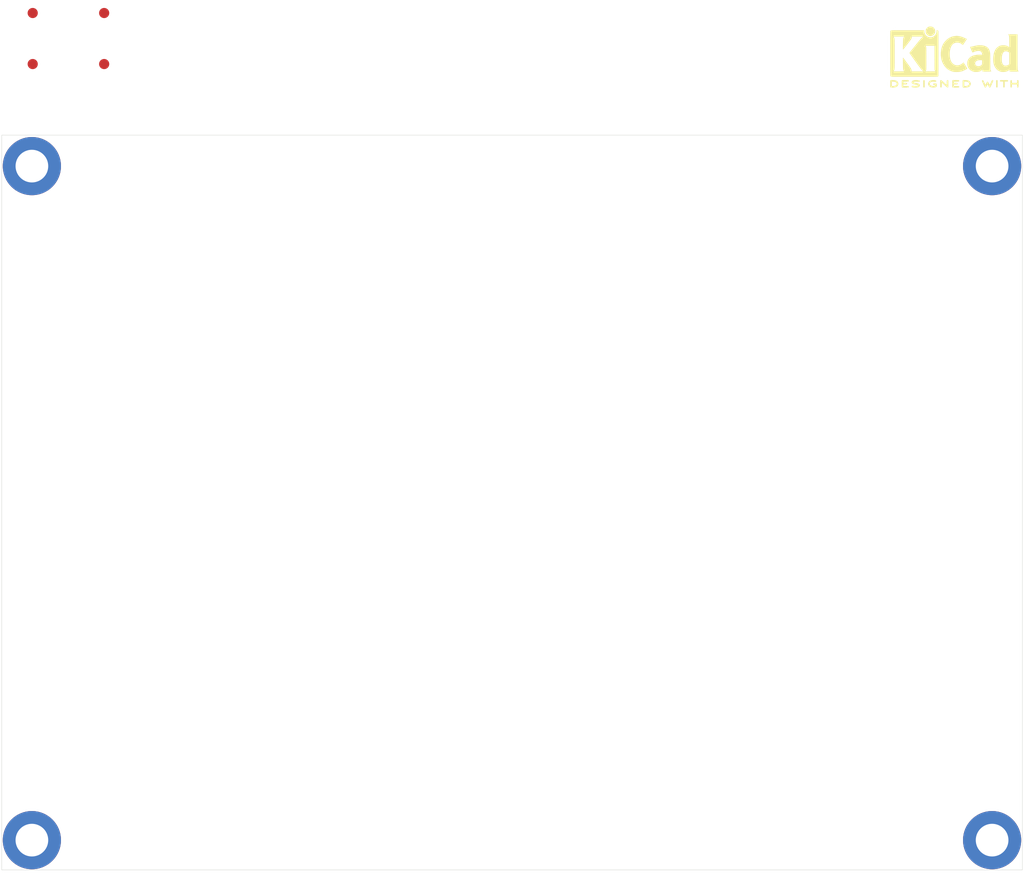
<source format=kicad_pcb>
(kicad_pcb (version 20221018) (generator pcbnew)
  (title_block (title "${boardName}") (rev "${revision}") (comment 8 "${reference}") (comment 9 "${designer}"))
  (layers (0 "F.Cu" signal) (1 "In1.Cu" signal) (2 "In2.Cu" signal) (31 "B.Cu" signal) (34 "B.Paste" user) (35 "F.Paste" user) (36 "B.SilkS" user "B.Silkscreen") (37 "F.SilkS" user "F.Silkscreen") (38 "B.Mask" user) (39 "F.Mask" user) (44 "Edge.Cuts" user))
  (property "boardName" "Pico-ITX")
  (property "designer" "Author")
  (property "reference" "")
  (property "revision" "1.0")
  (net 0 "")
  (footprint "MountingHole:MountingHole_3.2mm_M3_ISO7380_Pad" (layer "F.Cu") (at 55.92 100)
    (fp_text reference "H1" hide)
    (fp_text value "")
    (pad "1" thru_hole circle locked (at 0 0) (size 5.7 5.7) (drill 3.2) (layers "*.Cu" "*.Mask"))
  )
  (footprint "Fiducial:Fiducial_1mm_Mask2mm" (layer "F.Cu") (at 63 85)
    (fp_text reference "FID2" hide)
    (fp_text value "Fiducial")
    (pad "" smd circle (at 0 0) (size 1 1) (layers "F.Cu" "F.Mask") (clearance 0.5))
  )
  (footprint "Fiducial:Fiducial_1mm_Mask2mm" (layer "F.Cu") (at 56 85)
    (fp_text reference "FID1" hide)
    (fp_text value "Fiducial")
    (pad "" smd circle (at 0 0) (size 1 1) (layers "F.Cu" "F.Mask") (clearance 0.5))
  )
  (footprint "Fiducial:Fiducial_1mm_Mask2mm" (layer "F.Cu") (at 63 90)
    (fp_text reference "FID3" hide)
    (fp_text value "Fiducial")
    (pad "" smd circle (at 0 0) (size 1 1) (layers "F.Cu" "F.Mask") (clearance 0.5))
  )
  (footprint "MountingHole:MountingHole_3.2mm_M3_ISO7380_Pad" (layer "F.Cu") (at 55.92 166.04)
    (fp_text reference "H4" hide)
    (fp_text value "")
    (pad "1" thru_hole circle locked (at 0 0) (size 5.7 5.7) (drill 3.2) (layers "*.Cu" "*.Mask"))
  )
  (footprint "Fiducial:Fiducial_1mm_Mask2mm" (layer "F.Cu") (at 56 90)
    (fp_text reference "FID4" hide)
    (fp_text value "Fiducial")
    (pad "" smd circle (at 0 0) (size 1 1) (layers "F.Cu" "F.Mask") (clearance 0.5))
  )
  (footprint "MountingHole:MountingHole_3.2mm_M3_ISO7380_Pad" (layer "F.Cu") (at 150 166.04)
    (fp_text reference "H3" hide)
    (fp_text value "")
    (pad "1" thru_hole circle locked (at 0 0) (size 5.7 5.7) (drill 3.2) (layers "*.Cu" "*.Mask"))
  )
  (footprint "Symbol:KiCad-Logo2_5mm_SilkScreen" (layer "F.Cu") (at 146.3 89.3)
    (fp_text reference "REF**" hide)
    (fp_text value "KiCad-Logo2_5mm_SilkScreen" hide)
    (fp_poly (pts (xy 4.188614 2.275877) (xy 4.212327 2.290647) (xy 4.238978 2.312227) (xy 4.238978 2.633773) (xy 4.238893 2.72783) (xy 4.238529 2.801932) (xy 4.237724 2.858704) (xy 4.236313 2.900768) (xy 4.234133 2.930748) (xy 4.231021 2.951267) (xy 4.226814 2.964949) (xy 4.221348 2.974416) (xy 4.217472 2.979082) (xy 4.186034 2.999575) (xy 4.150233 2.998739) (xy 4.118873 2.981264) (xy 4.092222 2.959684) (xy 4.092222 2.312227) (xy 4.118873 2.290647) (xy 4.144594 2.274949) (xy 4.1656 2.269067) (xy 4.188614 2.275877)) (stroke (width 0.01)) (fill solid) (layer "F.SilkS"))
    (fp_poly (pts (xy -2.923822 2.291645) (xy -2.917242 2.299218) (xy -2.912079 2.308987) (xy -2.908164 2.323571) (xy -2.905324 2.345585) (xy -2.903387 2.377648) (xy -2.902183 2.422375) (xy -2.901539 2.482385) (xy -2.901284 2.560294) (xy -2.901245 2.635956) (xy -2.901314 2.729802) (xy -2.901638 2.803689) (xy -2.902386 2.860232) (xy -2.903732 2.902049) (xy -2.905846 2.931757) (xy -2.9089 2.951973) (xy -2.913066 2.965314) (xy -2.918516 2.974398) (xy -2.923822 2.980267) (xy -2.956826 2.999947) (xy -2.991991 2.998181) (xy -3.023455 2.976717) (xy -3.030684 2.968337) (xy -3.036334 2.958614) (xy -3.040599 2.944861) (xy -3.043673 2.924389) (xy -3.045752 2.894512) (xy -3.04703 2.852541) (xy -3.047701 2.795789) (xy -3.047959 2.721567) (xy -3.048 2.637537) (xy -3.048 2.324485) (xy -3.020291 2.296776) (xy -2.986137 2.273463) (xy -2.953006 2.272623) (xy -2.923822 2.291645)) (stroke (width 0.01)) (fill solid) (layer "F.SilkS"))
    (fp_poly (pts (xy -2.273043 -2.973429) (xy -2.176768 -2.949191) (xy -2.090184 -2.906359) (xy -2.015373 -2.846581) (xy -1.954418 -2.771506) (xy -1.909399 -2.68278) (xy -1.883136 -2.58647) (xy -1.877286 -2.489205) (xy -1.89214 -2.395346) (xy -1.92584 -2.307489) (xy -1.976528 -2.22823) (xy -2.042345 -2.160164) (xy -2.121434 -2.105888) (xy -2.211934 -2.067998) (xy -2.2632 -2.055574) (xy -2.307698 -2.048053) (xy -2.341999 -2.045081) (xy -2.37496 -2.046906) (xy -2.415434 -2.053775) (xy -2.448531 -2.06075) (xy -2.541947 -2.092259) (xy -2.625619 -2.143383) (xy -2.697665 -2.212571) (xy -2.7562 -2.298272) (xy -2.770148 -2.325511) (xy -2.786586 -2.361878) (xy -2.796894 -2.392418) (xy -2.80246 -2.42455) (xy -2.804669 -2.465693) (xy -2.804948 -2.511778) (xy -2.800861 -2.596135) (xy -2.787446 -2.665414) (xy -2.762256 -2.726039) (xy -2.722846 -2.784433) (xy -2.684298 -2.828698) (xy -2.612406 -2.894516) (xy -2.537313 -2.939947) (xy -2.454562 -2.96715) (xy -2.376928 -2.977424) (xy -2.273043 -2.973429)) (stroke (width 0.01)) (fill solid) (layer "F.SilkS"))
    (fp_poly (pts (xy 4.963065 2.269163) (xy 5.041772 2.269542) (xy 5.102863 2.270333) (xy 5.148817 2.27167) (xy 5.182114 2.273683) (xy 5.205236 2.276506) (xy 5.220662 2.280269) (xy 5.230871 2.285105) (xy 5.235813 2.288822) (xy 5.261457 2.321358) (xy 5.264559 2.355138) (xy 5.248711 2.385826) (xy 5.238348 2.398089) (xy 5.227196 2.40645) (xy 5.211035 2.411657) (xy 5.185642 2.414457) (xy 5.146798 2.415596) (xy 5.09028 2.415821) (xy 5.07918 2.415822) (xy 4.933244 2.415822) (xy 4.933244 2.686756) (xy 4.933148 2.772154) (xy 4.932711 2.837864) (xy 4.931712 2.886774) (xy 4.929928 2.921773) (xy 4.927137 2.945749) (xy 4.923117 2.961593) (xy 4.917645 2.972191) (xy 4.910666 2.980267) (xy 4.877734 3.000112) (xy 4.843354 2.998548) (xy 4.812176 2.975906) (xy 4.809886 2.9731) (xy 4.802429 2.962492) (xy 4.796747 2.950081) (xy 4.792601 2.93285) (xy 4.78975 2.907784) (xy 4.787954 2.871867) (xy 4.786972 2.822083) (xy 4.786564 2.755417) (xy 4.786489 2.679589) (xy 4.786489 2.415822) (xy 4.647127 2.415822) (xy 4.587322 2.415418) (xy 4.545918 2.41384) (xy 4.518748 2.410547) (xy 4.501646 2.404992) (xy 4.490443 2.396631) (xy 4.489083 2.395178) (xy 4.472725 2.361939) (xy 4.474172 2.324362) (xy 4.492978 2.291645) (xy 4.50025 2.285298) (xy 4.509627 2.280266) (xy 4.523609 2.276396) (xy 4.544696 2.273537) (xy 4.575389 2.271535) (xy 4.618189 2.270239) (xy 4.675595 2.269498) (xy 4.75011 2.269158) (xy 4.844233 2.269068) (xy 4.86426 2.269067) (xy 4.963065 2.269163)) (stroke (width 0.01)) (fill solid) (layer "F.SilkS"))
    (fp_poly (pts (xy 6.228823 2.274533) (xy 6.260202 2.296776) (xy 6.287911 2.324485) (xy 6.287911 2.63392) (xy 6.287838 2.725799) (xy 6.287495 2.79784) (xy 6.286692 2.85278) (xy 6.285241 2.89336) (xy 6.282952 2.922317) (xy 6.279636 2.942391) (xy 6.275105 2.956321) (xy 6.269169 2.966845) (xy 6.264514 2.9731) (xy 6.233783 2.997673) (xy 6.198496 3.000341) (xy 6.166245 2.985271) (xy 6.155588 2.976374) (xy 6.148464 2.964557) (xy 6.144167 2.945526) (xy 6.141991 2.914992) (xy 6.141228 2.868662) (xy 6.141155 2.832871) (xy 6.141155 2.698045) (xy 5.644444 2.698045) (xy 5.644444 2.8207) (xy 5.643931 2.876787) (xy 5.641876 2.915333) (xy 5.637508 2.941361) (xy 5.630056 2.959897) (xy 5.621047 2.9731) (xy 5.590144 2.997604) (xy 5.555196 3.000506) (xy 5.521738 2.983089) (xy 5.512604 2.973959) (xy 5.506152 2.961855) (xy 5.501897 2.943001) (xy 5.499352 2.91362) (xy 5.498029 2.869937) (xy 5.497443 2.808175) (xy 5.497375 2.794) (xy 5.496891 2.677631) (xy 5.496641 2.581727) (xy 5.496723 2.504177) (xy 5.497231 2.442869) (xy 5.498262 2.39569) (xy 5.499913 2.36053) (xy 5.502279 2.335276) (xy 5.505457 2.317817) (xy 5.509544 2.306041) (xy 5.514634 2.297835) (xy 5.520266 2.291645) (xy 5.552128 2.271844) (xy 5.585357 2.274533) (xy 5.616735 2.296776) (xy 5.629433 2.311126) (xy 5.637526 2.326978) (xy 5.642042 2.349554) (xy 5.644006 2.384078) (xy 5.644444 2.435776) (xy 5.644444 2.551289) (xy 6.141155 2.551289) (xy 6.141155 2.432756) (xy 6.141662 2.378148) (xy 6.143698 2.341275) (xy 6.148035 2.317307) (xy 6.155447 2.301415) (xy 6.163733 2.291645) (xy 6.195594 2.271844) (xy 6.228823 2.274533)) (stroke (width 0.01)) (fill solid) (layer "F.SilkS"))
    (fp_poly (pts (xy 1.018309 2.269275) (xy 1.147288 2.273636) (xy 1.256991 2.286861) (xy 1.349226 2.309741) (xy 1.425802 2.34307) (xy 1.488527 2.387638) (xy 1.539212 2.444236) (xy 1.579663 2.513658) (xy 1.580459 2.515351) (xy 1.604601 2.577483) (xy 1.613203 2.632509) (xy 1.606231 2.687887) (xy 1.583654 2.751073) (xy 1.579372 2.760689) (xy 1.550172 2.816966) (xy 1.517356 2.860451) (xy 1.475002 2.897417) (xy 1.41719 2.934135) (xy 1.413831 2.936052) (xy 1.363504 2.960227) (xy 1.306621 2.978282) (xy 1.239527 2.990839) (xy 1.158565 2.998522) (xy 1.060082 3.001953) (xy 1.025286 3.002251) (xy 0.859594 3.002845) (xy 0.836197 2.9731) (xy 0.829257 2.963319) (xy 0.823842 2.951897) (xy 0.819765 2.936095) (xy 0.816837 2.913175) (xy 0.814867 2.880396) (xy 0.814225 2.856089) (xy 0.970844 2.856089) (xy 1.064726 2.856089) (xy 1.119664 2.854483) (xy 1.17606 2.850255) (xy 1.222345 2.844292) (xy 1.225139 2.84379) (xy 1.307348 2.821736) (xy 1.371114 2.7886) (xy 1.418452 2.742847) (xy 1.451382 2.682939) (xy 1.457108 2.667061) (xy 1.462721 2.642333) (xy 1.460291 2.617902) (xy 1.448467 2.5854) (xy 1.44134 2.569434) (xy 1.418 2.527006) (xy 1.38988 2.49724) (xy 1.35894 2.476511) (xy 1.296966 2.449537) (xy 1.217651 2.429998) (xy 1.125253 2.418746) (xy 1.058333 2.41627) (xy 0.970844 2.415822) (xy 0.970844 2.856089) (xy 0.814225 2.856089) (xy 0.813668 2.835021) (xy 0.81305 2.774311) (xy 0.812825 2.695526) (xy 0.8128 2.63392) (xy 0.8128 2.324485) (xy 0.840509 2.296776) (xy 0.852806 2.285544) (xy 0.866103 2.277853) (xy 0.884672 2.27304) (xy 0.912786 2.270446) (xy 0.954717 2.26941) (xy 1.014737 2.26927) (xy 1.018309 2.269275)) (stroke (width 0.01)) (fill solid) (layer "F.SilkS"))
    (fp_poly (pts (xy -6.121371 2.269066) (xy -6.081889 2.269467) (xy -5.9662 2.272259) (xy -5.869311 2.28055) (xy -5.787919 2.295232) (xy -5.718723 2.317193) (xy -5.65842 2.347322) (xy -5.603708 2.38651) (xy -5.584167 2.403532) (xy -5.55175 2.443363) (xy -5.52252 2.497413) (xy -5.499991 2.557323) (xy -5.487679 2.614739) (xy -5.4864 2.635956) (xy -5.494417 2.694769) (xy -5.515899 2.759013) (xy -5.546999 2.819821) (xy -5.583866 2.86833) (xy -5.589854 2.874182) (xy -5.640579 2.915321) (xy -5.696125 2.947435) (xy -5.759696 2.971365) (xy -5.834494 2.987953) (xy -5.923722 2.998041) (xy -6.030582 3.002469) (xy -6.079528 3.002845) (xy -6.141762 3.002545) (xy -6.185528 3.001292) (xy -6.214931 2.998554) (xy -6.234079 2.993801) (xy -6.247077 2.986501) (xy -6.254045 2.980267) (xy -6.260626 2.972694) (xy -6.265788 2.962924) (xy -6.269703 2.94834) (xy -6.272543 2.926326) (xy -6.27448 2.894264) (xy -6.275684 2.849536) (xy -6.276328 2.789526) (xy -6.276583 2.711617) (xy -6.276622 2.635956) (xy -6.27687 2.535041) (xy -6.276817 2.454427) (xy -6.275857 2.415822) (xy -6.129867 2.415822) (xy -6.129867 2.856089) (xy -6.036734 2.856004) (xy -5.980693 2.854396) (xy -5.921999 2.850256) (xy -5.873028 2.844464) (xy -5.871538 2.844226) (xy -5.792392 2.82509) (xy -5.731002 2.795287) (xy -5.684305 2.752878) (xy -5.654635 2.706961) (xy -5.636353 2.656026) (xy -5.637771 2.6082) (xy -5.658988 2.556933) (xy -5.700489 2.503899) (xy -5.757998 2.4646) (xy -5.83275 2.438331) (xy -5.882708 2.429035) (xy -5.939416 2.422507) (xy -5.999519 2.417782) (xy -6.050639 2.415817) (xy -6.053667 2.415808) (xy -6.129867 2.415822) (xy -6.275857 2.415822) (xy -6.27526 2.391851) (xy -6.270998 2.345055) (xy -6.26283 2.311778) (xy -6.249556 2.289759) (xy -6.229974 2.276739) (xy -6.202883 2.270457) (xy -6.167082 2.268653) (xy -6.121371 2.269066)) (stroke (width 0.01)) (fill solid) (layer "F.SilkS"))
    (fp_poly (pts (xy -1.300114 2.273448) (xy -1.276548 2.287273) (xy -1.245735 2.309881) (xy -1.206078 2.342338) (xy -1.15598 2.385708) (xy -1.093843 2.441058) (xy -1.018072 2.509451) (xy -0.931334 2.588084) (xy -0.750711 2.751878) (xy -0.745067 2.532029) (xy -0.743029 2.456351) (xy -0.741063 2.399994) (xy -0.738734 2.359706) (xy -0.735606 2.332235) (xy -0.731245 2.314329) (xy -0.725216 2.302737) (xy -0.717084 2.294208) (xy -0.712772 2.290623) (xy -0.678241 2.27167) (xy -0.645383 2.274441) (xy -0.619318 2.290633) (xy -0.592667 2.312199) (xy -0.589352 2.627151) (xy -0.588435 2.719779) (xy -0.587968 2.792544) (xy -0.588113 2.848161) (xy -0.589032 2.889342) (xy -0.590887 2.918803) (xy -0.593839 2.939255) (xy -0.59805 2.953413) (xy -0.603682 2.963991) (xy -0.609927 2.972474) (xy -0.623439 2.988207) (xy -0.636883 2.998636) (xy -0.652124 3.002639) (xy -0.671026 2.999094) (xy -0.695455 2.986879) (xy -0.727273 2.964871) (xy -0.768348 2.931949) (xy -0.820542 2.886991) (xy -0.885722 2.828875) (xy -0.959556 2.762099) (xy -1.224845 2.521458) (xy -1.230489 2.740589) (xy -1.232531 2.816128) (xy -1.234502 2.872354) (xy -1.236839 2.912524) (xy -1.239981 2.939896) (xy -1.244364 2.957728) (xy -1.250424 2.969279) (xy -1.2586 2.977807) (xy -1.262784 2.981282) (xy -1.299765 3.000372) (xy -1.334708 2.997493) (xy -1.365136 2.9731) (xy -1.372097 2.963286) (xy -1.377523 2.951826) (xy -1.381603 2.935968) (xy -1.384529 2.912963) (xy -1.386492 2.880062) (xy -1.387683 2.834516) (xy -1.388292 2.773573) (xy -1.388511 2.694486) (xy -1.388534 2.635956) (xy -1.38846 2.544407) (xy -1.388113 2.472687) (xy -1.387301 2.418045) (xy -1.385833 2.377732) (xy -1.383519 2.348998) (xy -1.380167 2.329093) (xy -1.375588 2.315268) (xy -1.369589 2.304772) (xy -1.365136 2.298811) (xy -1.35385 2.284691) (xy -1.343301 2.274029) (xy -1.331893 2.267892) (xy -1.31803 2.267343) (xy -1.300114 2.273448)) (stroke (width 0.01)) (fill solid) (layer "F.SilkS"))
    (fp_poly (pts (xy -1.950081 2.274599) (xy -1.881565 2.286095) (xy -1.828943 2.303967) (xy -1.794708 2.327499) (xy -1.785379 2.340924) (xy -1.775893 2.372148) (xy -1.782277 2.400395) (xy -1.80243 2.427182) (xy -1.833745 2.439713) (xy -1.879183 2.438696) (xy -1.914326 2.431906) (xy -1.992419 2.418971) (xy -2.072226 2.417742) (xy -2.161555 2.428241) (xy -2.186229 2.43269) (xy -2.269291 2.456108) (xy -2.334273 2.490945) (xy -2.380461 2.536604) (xy -2.407145 2.592494) (xy -2.412663 2.621388) (xy -2.409051 2.680012) (xy -2.385729 2.731879) (xy -2.344824 2.775978) (xy -2.288459 2.811299) (xy -2.21876 2.836829) (xy -2.137852 2.851559) (xy -2.04786 2.854478) (xy -1.95091 2.844575) (xy -1.945436 2.843641) (xy -1.906875 2.836459) (xy -1.885494 2.829521) (xy -1.876227 2.819227) (xy -1.874006 2.801976) (xy -1.873956 2.792841) (xy -1.873956 2.754489) (xy -1.942431 2.754489) (xy -2.0029 2.750347) (xy -2.044165 2.737147) (xy -2.068175 2.71373) (xy -2.076877 2.678936) (xy -2.076983 2.674394) (xy -2.071892 2.644654) (xy -2.054433 2.623419) (xy -2.021939 2.609366) (xy -1.971743 2.601173) (xy -1.923123 2.598161) (xy -1.852456 2.596433) (xy -1.801198 2.59907) (xy -1.766239 2.6088) (xy -1.74447 2.628353) (xy -1.73278 2.660456) (xy -1.72806 2.707838) (xy -1.7272 2.770071) (xy -1.728609 2.839535) (xy -1.732848 2.886786) (xy -1.739936 2.912012) (xy -1.741311 2.913988) (xy -1.780228 2.945508) (xy -1.837286 2.97047) (xy -1.908869 2.98834) (xy -1.991358 2.998586) (xy -2.081139 3.000673) (xy -2.174592 2.994068) (xy -2.229556 2.985956) (xy -2.315766 2.961554) (xy -2.395892 2.921662) (xy -2.462977 2.869887) (xy -2.473173 2.859539) (xy -2.506302 2.816035) (xy -2.536194 2.762118) (xy -2.559357 2.705592) (xy -2.572298 2.654259) (xy -2.573858 2.634544) (xy -2.567218 2.593419) (xy -2.549568 2.542252) (xy -2.524297 2.488394) (xy -2.494789 2.439195) (xy -2.468719 2.406334) (xy -2.407765 2.357452) (xy -2.328969 2.318545) (xy -2.235157 2.290494) (xy -2.12915 2.274179) (xy -2.032 2.270192) (xy -1.950081 2.274599)) (stroke (width 0.01)) (fill solid) (layer "F.SilkS"))
    (fp_poly (pts (xy 0.230343 2.26926) (xy 0.306701 2.270174) (xy 0.365217 2.272311) (xy 0.408255 2.276175) (xy 0.438183 2.282267) (xy 0.457368 2.29109) (xy 0.468176 2.303146) (xy 0.472973 2.318939) (xy 0.474127 2.33897) (xy 0.474133 2.341335) (xy 0.473131 2.363992) (xy 0.468396 2.381503) (xy 0.457333 2.394574) (xy 0.437348 2.403913) (xy 0.405846 2.410227) (xy 0.360232 2.414222) (xy 0.297913 2.416606) (xy 0.216293 2.418086) (xy 0.191277 2.418414) (xy -0.0508 2.421467) (xy -0.054186 2.486378) (xy -0.057571 2.551289) (xy 0.110576 2.551289) (xy 0.176266 2.551531) (xy 0.223172 2.552556) (xy 0.255083 2.554811) (xy 0.275791 2.558742) (xy 0.289084 2.564798) (xy 0.298755 2.573424) (xy 0.298817 2.573493) (xy 0.316356 2.607112) (xy 0.315722 2.643448) (xy 0.297314 2.674423) (xy 0.293671 2.677607) (xy 0.280741 2.685812) (xy 0.263024 2.691521) (xy 0.23657 2.695162) (xy 0.197432 2.697167) (xy 0.141662 2.697964) (xy 0.105994 2.698045) (xy -0.056445 2.698045) (xy -0.056445 2.856089) (xy 0.190161 2.856089) (xy 0.27158 2.856231) (xy 0.33341 2.856814) (xy 0.378637 2.858068) (xy 0.410248 2.860227) (xy 0.431231 2.863523) (xy 0.444573 2.868189) (xy 0.453261 2.874457) (xy 0.45545 2.876733) (xy 0.471614 2.90828) (xy 0.472797 2.944168) (xy 0.459536 2.975285) (xy 0.449043 2.985271) (xy 0.438129 2.990769) (xy 0.421217 2.995022) (xy 0.395633 2.99818) (xy 0.358701 3.000392) (xy 0.307746 3.001806) (xy 0.240094 3.002572) (xy 0.153069 3.002838) (xy 0.133394 3.002845) (xy 0.044911 3.002787) (xy -0.023773 3.002467) (xy -0.075436 3.001667) (xy -0.112855 3.000167) (xy -0.13881 2.997749) (xy -0.156078 2.994194) (xy -0.167438 2.989282) (xy -0.175668 2.982795) (xy -0.180183 2.978138) (xy -0.186979 2.969889) (xy -0.192288 2.959669) (xy -0.196294 2.9448) (xy -0.199179 2.922602) (xy -0.201126 2.890393) (xy -0.202319 2.845496) (xy -0.202939 2.785228) (xy -0.203171 2.706911) (xy -0.2032 2.640994) (xy -0.203129 2.548628) (xy -0.202792 2.476117) (xy -0.202002 2.420737) (xy -0.200574 2.379765) (xy -0.198321 2.350478) (xy -0.195057 2.330153) (xy -0.190596 2.316066) (xy -0.184752 2.305495) (xy -0.179803 2.298811) (xy -0.156406 2.269067) (xy 0.133774 2.269067) (xy 0.230343 2.26926)) (stroke (width 0.01)) (fill solid) (layer "F.SilkS"))
    (fp_poly (pts (xy -4.712794 2.269146) (xy -4.643386 2.269518) (xy -4.590997 2.270385) (xy -4.552847 2.271946) (xy -4.526159 2.274403) (xy -4.508153 2.277957) (xy -4.496049 2.28281) (xy -4.487069 2.289161) (xy -4.483818 2.292084) (xy -4.464043 2.323142) (xy -4.460482 2.358828) (xy -4.473491 2.39051) (xy -4.479506 2.396913) (xy -4.489235 2.403121) (xy -4.504901 2.40791) (xy -4.529408 2.411514) (xy -4.565661 2.414164) (xy -4.616565 2.416095) (xy -4.685026 2.417539) (xy -4.747617 2.418418) (xy -4.995334 2.421467) (xy -4.998719 2.486378) (xy -5.002105 2.551289) (xy -4.833958 2.551289) (xy -4.760959 2.551919) (xy -4.707517 2.554553) (xy -4.670628 2.560309) (xy -4.647288 2.570304) (xy -4.634494 2.585656) (xy -4.629242 2.607482) (xy -4.628445 2.627738) (xy -4.630923 2.652592) (xy -4.640277 2.670906) (xy -4.659383 2.683637) (xy -4.691118 2.691741) (xy -4.738359 2.696176) (xy -4.803983 2.697899) (xy -4.839801 2.698045) (xy -5.000978 2.698045) (xy -5.000978 2.856089) (xy -4.752622 2.856089) (xy -4.671213 2.856202) (xy -4.609342 2.856712) (xy -4.563968 2.85787) (xy -4.532054 2.85993) (xy -4.510559 2.863146) (xy -4.496443 2.867772) (xy -4.486668 2.874059) (xy -4.481689 2.878667) (xy -4.46461 2.90556) (xy -4.459111 2.929467) (xy -4.466963 2.958667) (xy -4.481689 2.980267) (xy -4.489546 2.987066) (xy -4.499688 2.992346) (xy -4.514844 2.996298) (xy -4.537741 2.999113) (xy -4.571109 3.000982) (xy -4.617675 3.002098) (xy -4.680167 3.002651) (xy -4.761314 3.002833) (xy -4.803422 3.002845) (xy -4.893598 3.002765) (xy -4.963924 3.002398) (xy -5.017129 3.001552) (xy -5.05594 3.000036) (xy -5.083087 2.997659) (xy -5.101298 2.994229) (xy -5.1133 2.989554) (xy -5.121822 2.983444) (xy -5.125156 2.980267) (xy -5.131755 2.97267) (xy -5.136927 2.96287) (xy -5.140846 2.948239) (xy -5.143684 2.926152) (xy -5.145615 2.893982) (xy -5.146812 2.849103) (xy -5.147448 2.788889) (xy -5.147697 2.710713) (xy -5.147734 2.637923) (xy -5.1477 2.544707) (xy -5.147465 2.471431) (xy -5.14683 2.415458) (xy -5.145594 2.374151) (xy -5.143556 2.344872) (xy -5.140517 2.324984) (xy -5.136277 2.31185) (xy -5.130635 2.302832) (xy -5.123391 2.295293) (xy -5.121606 2.293612) (xy -5.112945 2.286172) (xy -5.102882 2.280409) (xy -5.088625 2.276112) (xy -5.067383 2.273064) (xy -5.036364 2.271051) (xy -4.992777 2.26986) (xy -4.933831 2.269275) (xy -4.856734 2.269083) (xy -4.802001 2.269067) (xy -4.712794 2.269146)) (stroke (width 0.01)) (fill solid) (layer "F.SilkS"))
    (fp_poly (pts (xy 3.744665 2.271034) (xy 3.764255 2.278035) (xy 3.76501 2.278377) (xy 3.791613 2.298678) (xy 3.80627 2.319561) (xy 3.809138 2.329352) (xy 3.808996 2.342361) (xy 3.804961 2.360895) (xy 3.796146 2.387257) (xy 3.781669 2.423752) (xy 3.760645 2.472687) (xy 3.732188 2.536365) (xy 3.695415 2.617093) (xy 3.675175 2.661216) (xy 3.638625 2.739985) (xy 3.604315 2.812423) (xy 3.573552 2.87588) (xy 3.547648 2.927708) (xy 3.52791 2.965259) (xy 3.51565 2.985884) (xy 3.513224 2.988733) (xy 3.482183 3.001302) (xy 3.447121 2.999619) (xy 3.419 2.984332) (xy 3.417854 2.983089) (xy 3.406668 2.966154) (xy 3.387904 2.93317) (xy 3.363875 2.88838) (xy 3.336897 2.836032) (xy 3.327201 2.816742) (xy 3.254014 2.67015) (xy 3.17424 2.829393) (xy 3.145767 2.884415) (xy 3.11935 2.932132) (xy 3.097148 2.968893) (xy 3.081319 2.991044) (xy 3.075954 2.995741) (xy 3.034257 3.002102) (xy 2.999849 2.988733) (xy 2.989728 2.974446) (xy 2.972214 2.942692) (xy 2.948735 2.896597) (xy 2.92072 2.839285) (xy 2.889599 2.77388) (xy 2.856799 2.703507) (xy 2.82375 2.631291) (xy 2.791881 2.560355) (xy 2.762619 2.493825) (xy 2.737395 2.434826) (xy 2.717636 2.386481) (xy 2.704772 2.351915) (xy 2.700231 2.334253) (xy 2.700277 2.333613) (xy 2.711326 2.311388) (xy 2.73341 2.288753) (xy 2.73471 2.287768) (xy 2.761853 2.272425) (xy 2.786958 2.272574) (xy 2.796368 2.275466) (xy 2.807834 2.281718) (xy 2.82001 2.294014) (xy 2.834357 2.314908) (xy 2.852336 2.346949) (xy 2.875407 2.392688) (xy 2.90503 2.454677) (xy 2.931745 2.511898) (xy 2.96248 2.578226) (xy 2.990021 2.637874) (xy 3.012938 2.687725) (xy 3.029798 2.724664) (xy 3.039173 2.745573) (xy 3.04054 2.748845) (xy 3.046689 2.743497) (xy 3.060822 2.721109) (xy 3.081057 2.684946) (xy 3.105515 2.638277) (xy 3.115248 2.619022) (xy 3.148217 2.554004) (xy 3.173643 2.506654) (xy 3.193612 2.474219) (xy 3.21021 2.453946) (xy 3.225524 2.443082) (xy 3.24164 2.438875) (xy 3.252143 2.4384) (xy 3.27067 2.440042) (xy 3.286904 2.446831) (xy 3.303035 2.461566) (xy 3.321251 2.487044) (xy 3.343739 2.526061) (xy 3.372689 2.581414) (xy 3.388662 2.612903) (xy 3.41457 2.663087) (xy 3.437167 2.704704) (xy 3.454458 2.734242) (xy 3.46445 2.748189) (xy 3.465809 2.74877) (xy 3.472261 2.737793) (xy 3.486708 2.70929) (xy 3.507703 2.666244) (xy 3.533797 2.611638) (xy 3.563546 2.548454) (xy 3.57818 2.517071) (xy 3.61625 2.436078) (xy 3.646905 2.373756) (xy 3.671737 2.328071) (xy 3.692337 2.296989) (xy 3.710298 2.278478) (xy 3.72721 2.270504) (xy 3.744665 2.271034)) (stroke (width 0.01)) (fill solid) (layer "F.SilkS"))
    (fp_poly (pts (xy -3.691703 2.270351) (xy -3.616888 2.275581) (xy -3.547306 2.28375) (xy -3.487002 2.29455) (xy -3.44002 2.307673) (xy -3.410406 2.322813) (xy -3.40586 2.327269) (xy -3.390054 2.36185) (xy -3.394847 2.397351) (xy -3.419364 2.427725) (xy -3.420534 2.428596) (xy -3.434954 2.437954) (xy -3.450008 2.442876) (xy -3.471005 2.443473) (xy -3.503257 2.439861) (xy -3.552073 2.432154) (xy -3.556 2.431505) (xy -3.628739 2.422569) (xy -3.707217 2.418161) (xy -3.785927 2.418119) (xy -3.859361 2.422279) (xy -3.922011 2.430479) (xy -3.96837 2.442557) (xy -3.971416 2.443771) (xy -4.005048 2.462615) (xy -4.016864 2.481685) (xy -4.007614 2.500439) (xy -3.978047 2.518337) (xy -3.928911 2.534837) (xy -3.860957 2.549396) (xy -3.815645 2.556406) (xy -3.721456 2.569889) (xy -3.646544 2.582214) (xy -3.587717 2.594449) (xy -3.541785 2.607661) (xy -3.505555 2.622917) (xy -3.475838 2.641285) (xy -3.449442 2.663831) (xy -3.42823 2.685971) (xy -3.403065 2.716819) (xy -3.390681 2.743345) (xy -3.386808 2.776026) (xy -3.386667 2.787995) (xy -3.389576 2.827712) (xy -3.401202 2.857259) (xy -3.421323 2.883486) (xy -3.462216 2.923576) (xy -3.507817 2.954149) (xy -3.561513 2.976203) (xy -3.626692 2.990735) (xy -3.706744 2.998741) (xy -3.805057 3.001218) (xy -3.821289 3.001177) (xy -3.886849 2.999818) (xy -3.951866 2.99673) (xy -4.009252 2.992356) (xy -4.051922 2.98714) (xy -4.055372 2.986541) (xy -4.097796 2.976491) (xy -4.13378 2.963796) (xy -4.15415 2.95219) (xy -4.173107 2.921572) (xy -4.174427 2.885918) (xy -4.158085 2.854144) (xy -4.154429 2.850551) (xy -4.139315 2.839876) (xy -4.120415 2.835276) (xy -4.091162 2.836059) (xy -4.055651 2.840127) (xy -4.01597 2.843762) (xy -3.960345 2.846828) (xy -3.895406 2.849053) (xy -3.827785 2.850164) (xy -3.81 2.850237) (xy -3.742128 2.849964) (xy -3.692454 2.848646) (xy -3.65661 2.845827) (xy -3.630224 2.84105) (xy -3.608926 2.833857) (xy -3.596126 2.827867) (xy -3.568 2.811233) (xy -3.550068 2.796168) (xy -3.547447 2.791897) (xy -3.552976 2.774263) (xy -3.57926 2.757192) (xy -3.624478 2.741458) (xy -3.686808 2.727838) (xy -3.705171 2.724804) (xy -3.80109 2.709738) (xy -3.877641 2.697146) (xy -3.93778 2.686111) (xy -3.98446 2.67572) (xy -4.020637 2.665056) (xy -4.049265 2.653205) (xy -4.073298 2.639251) (xy -4.095692 2.622281) (xy -4.119402 2.601378) (xy -4.12738 2.594049) (xy -4.155353 2.566699) (xy -4.17016 2.545029) (xy -4.175952 2.520232) (xy -4.176889 2.488983) (xy -4.166575 2.427705) (xy -4.135752 2.37564) (xy -4.084595 2.332958) (xy -4.013283 2.299825) (xy -3.9624 2.284964) (xy -3.9071 2.275366) (xy -3.840853 2.269936) (xy -3.767706 2.268367) (xy -3.691703 2.270351)) (stroke (width 0.01)) (fill solid) (layer "F.SilkS"))
    (fp_poly (pts (xy 0.328429 -2.050929) (xy 0.48857 -2.029755) (xy 0.65251 -1.989615) (xy 0.822313 -1.930111) (xy 1.000043 -1.850846) (xy 1.01131 -1.845301) (xy 1.069005 -1.817275) (xy 1.120552 -1.793198) (xy 1.162191 -1.774751) (xy 1.190162 -1.763614) (xy 1.199733 -1.761067) (xy 1.21895 -1.756059) (xy 1.223561 -1.751853) (xy 1.218458 -1.74142) (xy 1.202418 -1.715132) (xy 1.177288 -1.675743) (xy 1.144914 -1.626009) (xy 1.107143 -1.568685) (xy 1.065822 -1.506524) (xy 1.022798 -1.442282) (xy 0.979917 -1.378715) (xy 0.939026 -1.318575) (xy 0.901971 -1.26462) (xy 0.8706 -1.219603) (xy 0.846759 -1.186279) (xy 0.832294 -1.167403) (xy 0.830309 -1.165213) (xy 0.820191 -1.169862) (xy 0.79785 -1.187038) (xy 0.76728 -1.21356) (xy 0.751536 -1.228036) (xy 0.655047 -1.303318) (xy 0.548336 -1.358759) (xy 0.432832 -1.393859) (xy 0.309962 -1.40812) (xy 0.240561 -1.406949) (xy 0.119423 -1.389788) (xy 0.010205 -1.353906) (xy -0.087418 -1.299041) (xy -0.173772 -1.22493) (xy -0.249185 -1.131312) (xy -0.313982 -1.017924) (xy -0.351399 -0.931333) (xy -0.395252 -0.795634) (xy -0.427572 -0.64815) (xy -0.448443 -0.492686) (xy -0.457949 -0.333044) (xy -0.456173 -0.173027) (xy -0.443197 -0.016439) (xy -0.419106 0.132918) (xy -0.383982 0.27124) (xy -0.337908 0.394724) (xy -0.321627 0.428978) (xy -0.25338 0.543064) (xy -0.172921 0.639557) (xy -0.08143 0.71767) (xy 0.019911 0.776617) (xy 0.12992 0.815612) (xy 0.247415 0.833868) (xy 0.288883 0.835211) (xy 0.410441 0.82429) (xy 0.530878 0.791474) (xy 0.648666 0.737439) (xy 0.762277 0.662865) (xy 0.853685 0.584539) (xy 0.900215 0.540008) (xy 1.081483 0.837271) (xy 1.12658 0.911433) (xy 1.167819 0.979646) (xy 1.203735 1.039459) (xy 1.232866 1.08842) (xy 1.25375 1.124079) (xy 1.264924 1.143984) (xy 1.266375 1.147079) (xy 1.258146 1.156718) (xy 1.232567 1.173999) (xy 1.192873 1.197283) (xy 1.142297 1.224934) (xy 1.084074 1.255315) (xy 1.021437 1.28679) (xy 0.957621 1.317722) (xy 0.89586 1.346473) (xy 0.839388 1.371408) (xy 0.791438 1.390889) (xy 0.767986 1.399318) (xy 0.634221 1.437133) (xy 0.496327 1.462136) (xy 0.348622 1.47514) (xy 0.221833 1.477468) (xy 0.153878 1.476373) (xy 0.088277 1.474275) (xy 0.030847 1.471434) (xy -0.012597 1.468106) (xy -0.026702 1.466422) (xy -0.165716 1.437587) (xy -0.307243 1.392468) (xy -0.444725 1.33375) (xy -0.571606 1.26412) (xy -0.649111 1.211441) (xy -0.776519 1.103239) (xy -0.894822 0.976671) (xy -1.001828 0.834866) (xy -1.095348 0.680951) (xy -1.17319 0.518053) (xy -1.217044 0.400756) (xy -1.267292 0.217128) (xy -1.300791 0.022581) (xy -1.317551 -0.178675) (xy -1.317584 -0.382432) (xy -1.300899 -0.584479) (xy -1.267507 -0.780608) (xy -1.21742 -0.966609) (xy -1.213603 -0.978197) (xy -1.150719 -1.14025) (xy -1.073972 -1.288168) (xy -0.980758 -1.426135) (xy -0.868473 -1.558339) (xy -0.824608 -1.603601) (xy -0.688466 -1.727543) (xy -0.548509 -1.830085) (xy -0.402589 -1.912344) (xy -0.248558 -1.975436) (xy -0.084268 -2.020477) (xy 0.011289 -2.037967) (xy 0.170023 -2.053534) (xy 0.328429 -2.050929)) (stroke (width 0.01)) (fill solid) (layer "F.SilkS"))
    (fp_poly (pts (xy 6.186507 -0.527755) (xy 6.186526 -0.293338) (xy 6.186552 -0.080397) (xy 6.186625 0.112168) (xy 6.186782 0.285459) (xy 6.187064 0.440576) (xy 6.187509 0.57862) (xy 6.188156 0.700692) (xy 6.189045 0.807894) (xy 6.190213 0.901326) (xy 6.191701 0.98209) (xy 6.193546 1.051286) (xy 6.195789 1.110015) (xy 6.198469 1.159379) (xy 6.201623 1.200478) (xy 6.205292 1.234413) (xy 6.209513 1.262286) (xy 6.214327 1.285198) (xy 6.219773 1.304249) (xy 6.225888 1.32054) (xy 6.232712 1.335173) (xy 6.240285 1.349249) (xy 6.248645 1.363868) (xy 6.253839 1.372974) (xy 6.288104 1.433689) (xy 5.429955 1.433689) (xy 5.429955 1.337733) (xy 5.429224 1.29437) (xy 5.427272 1.261205) (xy 5.424463 1.243424) (xy 5.423221 1.241778) (xy 5.411799 1.248662) (xy 5.389084 1.266505) (xy 5.366385 1.285879) (xy 5.3118 1.326614) (xy 5.242321 1.367617) (xy 5.16527 1.405123) (xy 5.087965 1.435364) (xy 5.057113 1.445012) (xy 4.988616 1.459578) (xy 4.905764 1.469539) (xy 4.816371 1.474583) (xy 4.728248 1.474396) (xy 4.649207 1.468666) (xy 4.611511 1.462858) (xy 4.473414 1.424797) (xy 4.346113 1.367073) (xy 4.230292 1.290211) (xy 4.126637 1.194739) (xy 4.035833 1.081179) (xy 3.969031 0.970381) (xy 3.914164 0.853625) (xy 3.872163 0.734276) (xy 3.842167 0.608283) (xy 3.823311 0.471594) (xy 3.814732 0.320158) (xy 3.814006 0.242711) (xy 3.8161 0.185934) (xy 4.645217 0.185934) (xy 4.645424 0.279002) (xy 4.648337 0.366692) (xy 4.654 0.443772) (xy 4.662455 0.505009) (xy 4.665038 0.51735) (xy 4.69684 0.624633) (xy 4.738498 0.711658) (xy 4.790363 0.778642) (xy 4.852781 0.825805) (xy 4.9261 0.853365) (xy 5.010669 0.861541) (xy 5.106835 0.850551) (xy 5.170311 0.834829) (xy 5.219454 0.816639) (xy 5.273583 0.790791) (xy 5.314244 0.767089) (xy 5.3848 0.720721) (xy 5.3848 -0.42947) (xy 5.317392 -0.473038) (xy 5.238867 -0.51396) (xy 5.154681 -0.540611) (xy 5.069557 -0.552535) (xy 4.988216 -0.549278) (xy 4.91538 -0.530385) (xy 4.883426 -0.514816) (xy 4.825501 -0.471819) (xy 4.776544 -0.415047) (xy 4.73539 -0.342425) (xy 4.700874 -0.251879) (xy 4.671833 -0.141334) (xy 4.670552 -0.135467) (xy 4.660381 -0.073212) (xy 4.652739 0.004594) (xy 4.64767 0.09272) (xy 4.645217 0.185934) (xy 3.8161 0.185934) (xy 3.821857 0.029895) (xy 3.843802 -0.165941) (xy 3.879786 -0.344668) (xy 3.929759 -0.506155) (xy 3.993668 -0.650274) (xy 4.071462 -0.776894) (xy 4.163089 -0.885885) (xy 4.268497 -0.977117) (xy 4.313662 -1.008068) (xy 4.414611 -1.064215) (xy 4.517901 -1.103826) (xy 4.627989 -1.127986) (xy 4.74933 -1.137781) (xy 4.841836 -1.136735) (xy 4.97149 -1.125769) (xy 5.084084 -1.103954) (xy 5.182875 -1.070286) (xy 5.271121 -1.023764) (xy 5.319986 -0.989552) (xy 5.349353 -0.967638) (xy 5.371043 -0.952667) (xy 5.379253 -0.948267) (xy 5.380868 -0.959096) (xy 5.382159 -0.989749) (xy 5.383138 -1.037474) (xy 5.383817 -1.099521) (xy 5.38421 -1.173138) (xy 5.38433 -1.255573) (xy 5.384188 -1.344075) (xy 5.383797 -1.435893) (xy 5.383171 -1.528276) (xy 5.38232 -1.618472) (xy 5.38126 -1.703729) (xy 5.380001 -1.781297) (xy 5.378556 -1.848424) (xy 5.376938 -1.902359) (xy 5.375161 -1.94035) (xy 5.374669 -1.947333) (xy 5.367092 -2.017749) (xy 5.355531 -2.072898) (xy 5.337792 -2.120019) (xy 5.311682 -2.166353) (xy 5.305415 -2.175933) (xy 5.280983 -2.212622) (xy 6.186311 -2.212622) (xy 6.186507 -0.527755)) (stroke (width 0.01)) (fill solid) (layer "F.SilkS"))
    (fp_poly (pts (xy 2.673574 -1.133448) (xy 2.825492 -1.113433) (xy 2.960756 -1.079798) (xy 3.080239 -1.032275) (xy 3.184815 -0.970595) (xy 3.262424 -0.907035) (xy 3.331265 -0.832901) (xy 3.385006 -0.753129) (xy 3.42791 -0.660909) (xy 3.443384 -0.617839) (xy 3.456244 -0.578858) (xy 3.467446 -0.542711) (xy 3.47712 -0.507566) (xy 3.485396 -0.47159) (xy 3.492403 -0.43295) (xy 3.498272 -0.389815) (xy 3.503131 -0.340351) (xy 3.50711 -0.282727) (xy 3.51034 -0.215109) (xy 3.512949 -0.135666) (xy 3.515067 -0.042564) (xy 3.516824 0.066027) (xy 3.518349 0.191942) (xy 3.519772 0.337012) (xy 3.521025 0.479778) (xy 3.522351 0.635968) (xy 3.523556 0.771239) (xy 3.524766 0.887246) (xy 3.526106 0.985645) (xy 3.5277 1.068093) (xy 3.529675 1.136246) (xy 3.532156 1.19176) (xy 3.535269 1.236292) (xy 3.539138 1.271498) (xy 3.543889 1.299034) (xy 3.549648 1.320556) (xy 3.556539 1.337722) (xy 3.564689 1.352186) (xy 3.574223 1.365606) (xy 3.585266 1.379638) (xy 3.589566 1.385071) (xy 3.605386 1.40791) (xy 3.612422 1.423463) (xy 3.612444 1.423922) (xy 3.601567 1.426121) (xy 3.570582 1.428147) (xy 3.521957 1.429942) (xy 3.458163 1.431451) (xy 3.381669 1.432616) (xy 3.294944 1.43338) (xy 3.200457 1.433686) (xy 3.18955 1.433689) (xy 2.766657 1.433689) (xy 2.763395 1.337622) (xy 2.760133 1.241556) (xy 2.698044 1.292543) (xy 2.600714 1.360057) (xy 2.490813 1.414749) (xy 2.404349 1.444978) (xy 2.335278 1.459666) (xy 2.251925 1.469659) (xy 2.162159 1.474646) (xy 2.073845 1.474313) (xy 1.994851 1.468351) (xy 1.958622 1.462638) (xy 1.818603 1.424776) (xy 1.692178 1.369932) (xy 1.58026 1.298924) (xy 1.483762 1.212568) (xy 1.4036 1.111679) (xy 1.340687 0.997076) (xy 1.296312 0.870984) (xy 1.283978 0.814401) (xy 1.276368 0.752202) (xy 1.272739 0.677363) (xy 1.272245 0.643467) (xy 1.27231 0.640282) (xy 2.032248 0.640282) (xy 2.041541 0.715333) (xy 2.069728 0.77916) (xy 2.118197 0.834798) (xy 2.123254 0.839211) (xy 2.171548 0.874037) (xy 2.223257 0.89662) (xy 2.283989 0.90854) (xy 2.359352 0.911383) (xy 2.377459 0.910978) (xy 2.431278 0.908325) (xy 2.471308 0.902909) (xy 2.506324 0.892745) (xy 2.545103 0.87585) (xy 2.555745 0.870672) (xy 2.616396 0.834844) (xy 2.663215 0.792212) (xy 2.675952 0.776973) (xy 2.720622 0.720462) (xy 2.720622 0.524586) (xy 2.720086 0.445939) (xy 2.718396 0.387988) (xy 2.715428 0.348875) (xy 2.711057 0.326741) (xy 2.706972 0.320274) (xy 2.691047 0.317111) (xy 2.657264 0.314488) (xy 2.61034 0.312655) (xy 2.554993 0.311857) (xy 2.546106 0.311842) (xy 2.42533 0.317096) (xy 2.32266 0.333263) (xy 2.236106 0.360961) (xy 2.163681 0.400808) (xy 2.108751 0.447758) (xy 2.064204 0.505645) (xy 2.03948 0.568693) (xy 2.032248 0.640282) (xy 1.27231 0.640282) (xy 1.274178 0.549712) (xy 1.282522 0.470812) (xy 1.298768 0.39959) (xy 1.324405 0.328864) (xy 1.348401 0.276493) (xy 1.40702 0.181196) (xy 1.485117 0.09317) (xy 1.580315 0.014017) (xy 1.690238 -0.05466) (xy 1.81251 -0.111259) (xy 1.944755 -0.154179) (xy 2.009422 -0.169118) (xy 2.145604 -0.191223) (xy 2.294049 -0.205806) (xy 2.445505 -0.212187) (xy 2.572064 -0.210555) (xy 2.73395 -0.203776) (xy 2.72653 -0.262755) (xy 2.707238 -0.361908) (xy 2.676104 -0.442628) (xy 2.632269 -0.505534) (xy 2.574871 -0.551244) (xy 2.503048 -0.580378) (xy 2.415941 -0.593553) (xy 2.312686 -0.591389) (xy 2.274711 -0.587388) (xy 2.13352 -0.56222) (xy 1.996707 -0.521186) (xy 1.902178 -0.483185) (xy 1.857018 -0.46381) (xy 1.818585 -0.44824) (xy 1.792234 -0.438595) (xy 1.784546 -0.436548) (xy 1.774802 -0.445626) (xy 1.758083 -0.474595) (xy 1.734232 -0.523783) (xy 1.703093 -0.593516) (xy 1.664507 -0.684121) (xy 1.65791 -0.699911) (xy 1.627853 -0.772228) (xy 1.600874 -0.837575) (xy 1.578136 -0.893094) (xy 1.560806 -0.935928) (xy 1.550048 -0.963219) (xy 1.546941 -0.972058) (xy 1.55694 -0.976813) (xy 1.583217 -0.98209) (xy 1.611489 -0.985769) (xy 1.641646 -0.990526) (xy 1.689433 -0.999972) (xy 1.750612 -1.01318) (xy 1.820946 -1.029224) (xy 1.896194 -1.04718) (xy 1.924755 -1.054203) (xy 2.029816 -1.079791) (xy 2.11748 -1.099853) (xy 2.192068 -1.115031) (xy 2.257903 -1.125965) (xy 2.319307 -1.133296) (xy 2.380602 -1.137665) (xy 2.44611 -1.139713) (xy 2.504128 -1.140111) (xy 2.673574 -1.133448)) (stroke (width 0.01)) (fill solid) (layer "F.SilkS"))
    (fp_poly (pts (xy -2.9464 -2.510946) (xy -2.935535 -2.397007) (xy -2.903918 -2.289384) (xy -2.853015 -2.190385) (xy -2.784293 -2.102316) (xy -2.699219 -2.027484) (xy -2.602232 -1.969616) (xy -2.495964 -1.929995) (xy -2.38895 -1.911427) (xy -2.2833 -1.912566) (xy -2.181125 -1.93207) (xy -2.084534 -1.968594) (xy -1.995638 -2.020795) (xy -1.916546 -2.087327) (xy -1.849369 -2.166848) (xy -1.796217 -2.258013) (xy -1.759199 -2.359477) (xy -1.740427 -2.469898) (xy -1.738489 -2.519794) (xy -1.738489 -2.607733) (xy -1.68656 -2.607733) (xy -1.650253 -2.604889) (xy -1.623355 -2.593089) (xy -1.596249 -2.569351) (xy -1.557867 -2.530969) (xy -1.557867 -0.339398) (xy -1.557876 -0.077261) (xy -1.557908 0.163241) (xy -1.557972 0.383048) (xy -1.558076 0.583101) (xy -1.558227 0.764344) (xy -1.558434 0.927716) (xy -1.558706 1.07416) (xy -1.55905 1.204617) (xy -1.559474 1.320029) (xy -1.559987 1.421338) (xy -1.560597 1.509484) (xy -1.561312 1.58541) (xy -1.56214 1.650057) (xy -1.563089 1.704367) (xy -1.564167 1.74928) (xy -1.565383 1.78574) (xy -1.566745 1.814687) (xy -1.568261 1.837063) (xy -1.569938 1.853809) (xy -1.571786 1.865868) (xy -1.573813 1.87418) (xy -1.576025 1.879687) (xy -1.577108 1.881537) (xy -1.581271 1.888549) (xy -1.584805 1.894996) (xy -1.588635 1.9009) (xy -1.593682 1.906286) (xy -1.600871 1.911178) (xy -1.611123 1.915598) (xy -1.625364 1.919572) (xy -1.644514 1.923121) (xy -1.669499 1.92627) (xy -1.70124 1.929042) (xy -1.740662 1.931461) (xy -1.788686 1.933551) (xy -1.846237 1.935335) (xy -1.914237 1.936837) (xy -1.99361 1.93808) (xy -2.085279 1.939089) (xy -2.190166 1.939885) (xy -2.309196 1.940494) (xy -2.44329 1.940939) (xy -2.593373 1.941243) (xy -2.760367 1.94143) (xy -2.945196 1.941524) (xy -3.148783 1.941548) (xy -3.37205 1.941525) (xy -3.615922 1.94148) (xy -3.881321 1.941437) (xy -3.919704 1.941432) (xy -4.186682 1.941389) (xy -4.432002 1.941318) (xy -4.656583 1.941213) (xy -4.861345 1.941066) (xy -5.047206 1.940869) (xy -5.215088 1.940616) (xy -5.365908 1.9403) (xy -5.500587 1.939913) (xy -5.620044 1.939447) (xy -5.725199 1.938897) (xy -5.816971 1.938253) (xy -5.896279 1.937511) (xy -5.964043 1.936661) (xy -6.021182 1.935697) (xy -6.068617 1.934611) (xy -6.107266 1.933397) (xy -6.138049 1.932047) (xy -6.161885 1.930555) (xy -6.179694 1.928911) (xy -6.192395 1.927111) (xy -6.200908 1.925145) (xy -6.205266 1.923477) (xy -6.213728 1.919906) (xy -6.221497 1.91727) (xy -6.228602 1.914634) (xy -6.235073 1.911062) (xy -6.240939 1.905621) (xy -6.246229 1.897375) (xy -6.250974 1.88539) (xy -6.255202 1.868731) (xy -6.258943 1.846463) (xy -6.262227 1.817652) (xy -6.265083 1.781363) (xy -6.26754 1.736661) (xy -6.269629 1.682611) (xy -6.271378 1.618279) (xy -6.272817 1.54273) (xy -6.273976 1.45503) (xy -6.274883 1.354243) (xy -6.275569 1.239434) (xy -6.276063 1.10967) (xy -6.276395 0.964015) (xy -6.276593 0.801535) (xy -6.276687 0.621295) (xy -6.276708 0.42236) (xy -6.276685 0.203796) (xy -6.276646 -0.035332) (xy -6.276622 -0.29596) (xy -6.276622 -0.338111) (xy -6.276636 -0.601008) (xy -6.276661 -0.842268) (xy -6.276671 -1.062835) (xy -6.276642 -1.263648) (xy -6.276548 -1.445651) (xy -6.276362 -1.609784) (xy -6.276059 -1.756989) (xy -6.275614 -1.888208) (xy -6.275034 -1.998133) (xy -5.972197 -1.998133) (xy -5.932407 -1.940289) (xy -5.921236 -1.924521) (xy -5.911166 -1.910559) (xy -5.902138 -1.897216) (xy -5.894097 -1.883307) (xy -5.886986 -1.867644) (xy -5.880747 -1.849042) (xy -5.875325 -1.826314) (xy -5.870662 -1.798273) (xy -5.866701 -1.763733) (xy -5.863385 -1.721508) (xy -5.860659 -1.670411) (xy -5.858464 -1.609256) (xy -5.856745 -1.536856) (xy -5.855444 -1.452025) (xy -5.854505 -1.353578) (xy -5.85387 -1.240326) (xy -5.853484 -1.111084) (xy -5.853288 -0.964666) (xy -5.853227 -0.799884) (xy -5.853243 -0.615553) (xy -5.85328 -0.410487) (xy -5.853289 -0.287867) (xy -5.853265 -0.070918) (xy -5.853231 0.124642) (xy -5.853243 0.299999) (xy -5.853358 0.456341) (xy -5.85363 0.594857) (xy -5.854118 0.716734) (xy -5.854876 0.82316) (xy -5.855962 0.915322) (xy -5.857431 0.994409) (xy -5.85934 1.061608) (xy -5.861744 1.118107) (xy -5.864701 1.165093) (xy -5.868266 1.203755) (xy -5.872495 1.23528) (xy -5.877446 1.260855) (xy -5.883173 1.28167) (xy -5.889733 1.298911) (xy -5.897183 1.313765) (xy -5.905579 1.327422) (xy -5.914976 1.341069) (xy -5.925432 1.355893) (xy -5.931523 1.364783) (xy -5.970296 1.4224) (xy -5.438732 1.4224) (xy -5.315483 1.422365) (xy -5.212987 1.422215) (xy -5.12942 1.421878) (xy -5.062956 1.421286) (xy -5.011771 1.420367) (xy -4.974041 1.419051) (xy -4.94794 1.417269) (xy -4.931644 1.414951) (xy -4.923328 1.412026) (xy -4.921168 1.408424) (xy -4.923339 1.404075) (xy -4.924535 1.402645) (xy -4.949685 1.365573) (xy -4.975583 1.312772) (xy -4.999192 1.25077) (xy -5.007461 1.224357) (xy -5.012078 1.206416) (xy -5.015979 1.185355) (xy -5.019248 1.159089) (xy -5.021966 1.125532) (xy -5.024215 1.082599) (xy -5.026077 1.028204) (xy -5.027636 0.960262) (xy -5.028972 0.876688) (xy -5.030169 0.775395) (xy -5.031308 0.6543) (xy -5.031685 0.6096) (xy -5.032702 0.484449) (xy -5.03346 0.380082) (xy -5.033903 0.294707) (xy -5.03397 0.226533) (xy -5.033605 0.173765) (xy -5.032748 0.134614) (xy -5.031341 0.107285) (xy -5.029325 0.089986) (xy -5.026643 0.080926) (xy -5.023236 0.078312) (xy -5.019044 0.080351) (xy -5.014571 0.084667) (xy -5.004216 0.097602) (xy -4.982158 0.126676) (xy -4.949957 0.169759) (xy -4.909174 0.224718) (xy -4.86137 0.289423) (xy -4.808105 0.361742) (xy -4.75094 0.439544) (xy -4.691437 0.520698) (xy -4.631155 0.603072) (xy -4.571655 0.684536) (xy -4.514498 0.762957) (xy -4.461245 0.836204) (xy -4.413457 0.902147) (xy -4.372693 0.958654) (xy -4.340516 1.003593) (xy -4.318485 1.034834) (xy -4.313917 1.041466) (xy -4.290996 1.078369) (xy -4.264188 1.126359) (xy -4.238789 1.175897) (xy -4.235568 1.182577) (xy -4.21389 1.230772) (xy -4.201304 1.268334) (xy -4.195574 1.30416) (xy -4.194456 1.3462) (xy -4.19509 1.4224) (xy -3.040651 1.4224) (xy -3.131815 1.328669) (xy -3.178612 1.278775) (xy -3.228899 1.222295) (xy -3.274944 1.168026) (xy -3.295369 1.142673) (xy -3.325807 1.103128) (xy -3.365862 1.049916) (xy -3.414361 0.984667) (xy -3.470135 0.909011) (xy -3.532011 0.824577) (xy -3.598819 0.732994) (xy -3.669387 0.635892) (xy -3.742545 0.534901) (xy -3.817121 0.43165) (xy -3.891944 0.327768) (xy -3.965843 0.224885) (xy -4.037646 0.124631) (xy -4.106184 0.028636) (xy -4.170284 -0.061473) (xy -4.228775 -0.144064) (xy -4.280486 -0.217508) (xy -4.324247 -0.280176) (xy -4.358885 -0.330439) (xy -4.38323 -0.366666) (xy -4.396111 -0.387229) (xy -4.397869 -0.391332) (xy -4.38991 -0.402658) (xy -4.369115 -0.429838) (xy -4.336847 -0.471171) (xy -4.29447 -0.524956) (xy -4.243347 -0.589494) (xy -4.184841 -0.663082) (xy -4.120314 -0.744022) (xy -4.051131 -0.830612) (xy -3.978653 -0.921152) (xy -3.904246 -1.01394) (xy -3.844517 -1.088298) (xy -2.833511 -1.088298) (xy -2.827602 -1.075341) (xy -2.813272 -1.053092) (xy -2.812225 -1.051609) (xy -2.793438 -1.021456) (xy -2.773791 -0.984625) (xy -2.769892 -0.976489) (xy -2.766356 -0.96806) (xy -2.76323 -0.957941) (xy -2.760486 -0.94474) (xy -2.758092 -0.927062) (xy -2.756019 -0.903516) (xy -2.754235 -0.872707) (xy -2.752712 -0.833243) (xy -2.751419 -0.783731) (xy -2.750326 -0.722777) (xy -2.749403 -0.648989) (xy -2.748619 -0.560972) (xy -2.747945 -0.457335) (xy -2.74735 -0.336684) (xy -2.746805 -0.197626) (xy -2.746279 -0.038768) (xy -2.745745 0.140089) (xy -2.745206 0.325207) (xy -2.744772 0.489145) (xy -2.744509 0.633303) (xy -2.744484 0.759079) (xy -2.744765 0.867871) (xy -2.745419 0.961077) (xy -2.746514 1.040097) (xy -2.748118 1.106328) (xy -2.750297 1.16117) (xy -2.753119 1.206021) (xy -2.756651 1.242278) (xy -2.760961 1.271341) (xy -2.766117 1.294609) (xy -2.772185 1.313479) (xy -2.779233 1.329351) (xy -2.787329 1.343622) (xy -2.79654 1.357691) (xy -2.80504 1.370158) (xy -2.822176 1.396452) (xy -2.832322 1.414037) (xy -2.833511 1.417257) (xy -2.822604 1.418334) (xy -2.791411 1.419335) (xy -2.742223 1.420235) (xy -2.677333 1.42101) (xy -2.59903 1.421637) (xy -2.509607 1.422091) (xy -2.411356 1.422349) (xy -2.342445 1.4224) (xy -2.237452 1.42218) (xy -2.14061 1.421548) (xy -2.054107 1.420549) (xy -1.980132 1.419227) (xy -1.920874 1.417626) (xy -1.87852 1.415791) (xy -1.85526 1.413765) (xy -1.851378 1.412493) (xy -1.859076 1.397591) (xy -1.867074 1.38956) (xy -1.880246 1.372434) (xy -1.897485 1.342183) (xy -1.909407 1.317622) (xy -1.936045 1.258711) (xy -1.93912 0.081845) (xy -1.942195 -1.095022) (xy -2.387853 -1.095022) (xy -2.48567 -1.094858) (xy -2.576064 -1.094389) (xy -2.65663 -1.093653) (xy -2.724962 -1.092684) (xy -2.778656 -1.09152) (xy -2.815305 -1.090197) (xy -2.832504 -1.088751) (xy -2.833511 -1.088298) (xy -3.844517 -1.088298) (xy -3.82927 -1.107278) (xy -3.75509 -1.199463) (xy -3.683069 -1.288796) (xy -3.614569 -1.373576) (xy -3.550955 -1.452102) (xy -3.493588 -1.522674) (xy -3.443833 -1.583591) (xy -3.403052 -1.633153) (xy -3.385888 -1.653822) (xy -3.299596 -1.754484) (xy -3.222997 -1.837741) (xy -3.154183 -1.905562) (xy -3.091248 -1.959911) (xy -3.081867 -1.967278) (xy -3.042356 -1.997883) (xy -4.174116 -1.998133) (xy -4.168827 -1.950156) (xy -4.17213 -1.892812) (xy -4.193661 -1.824537) (xy -4.233635 -1.744788) (xy -4.278943 -1.672505) (xy -4.295161 -1.64986) (xy -4.323214 -1.612304) (xy -4.36143 -1.561979) (xy -4.408137 -1.501027) (xy -4.461661 -1.431589) (xy -4.520331 -1.355806) (xy -4.582475 -1.27582) (xy -4.646421 -1.193772) (xy -4.710495 -1.111804) (xy -4.773027 -1.032057) (xy -4.832343 -0.956673) (xy -4.886771 -0.887793) (xy -4.934639 -0.827558) (xy -4.974275 -0.778111) (xy -5.004006 -0.741592) (xy -5.022161 -0.720142) (xy -5.02522 -0.716844) (xy -5.028079 -0.724851) (xy -5.030293 -0.755145) (xy -5.031857 -0.807444) (xy -5.032767 -0.881469) (xy -5.03302 -0.976937) (xy -5.032613 -1.093566) (xy -5.031704 -1.213555) (xy -5.030382 -1.345667) (xy -5.028857 -1.457406) (xy -5.026881 -1.550975) (xy -5.024206 -1.628581) (xy -5.020582 -1.692426) (xy -5.015761 -1.744717) (xy -5.009494 -1.787656) (xy -5.001532 -1.823449) (xy -4.991627 -1.8543) (xy -4.979531 -1.882414) (xy -4.964993 -1.909995) (xy -4.950311 -1.935034) (xy -4.912314 -1.998133) (xy -5.972197 -1.998133) (xy -6.275034 -1.998133) (xy -6.275001 -2.004383) (xy -6.274195 -2.106456) (xy -6.27317 -2.195367) (xy -6.2719 -2.272059) (xy -6.27036 -2.337473) (xy -6.268524 -2.392551) (xy -6.266367 -2.438235) (xy -6.263863 -2.475466) (xy -6.260987 -2.505187) (xy -6.257713 -2.528338) (xy -6.254015 -2.545861) (xy -6.249869 -2.558699) (xy -6.245247 -2.567792) (xy -6.240126 -2.574082) (xy -6.234478 -2.578512) (xy -6.228279 -2.582022) (xy -6.221504 -2.585555) (xy -6.215508 -2.589124) (xy -6.210275 -2.5917) (xy -6.202099 -2.594028) (xy -6.189886 -2.596122) (xy -6.172541 -2.597993) (xy -6.148969 -2.599653) (xy -6.118077 -2.601116) (xy -6.078768 -2.602392) (xy -6.02995 -2.603496) (xy -5.970527 -2.604439) (xy -5.899404 -2.605233) (xy -5.815488 -2.605891) (xy -5.717683 -2.606425) (xy -5.604894 -2.606847) (xy -5.476029 -2.607171) (xy -5.329991 -2.607408) (xy -5.165686 -2.60757) (xy -4.98202 -2.60767) (xy -4.777897 -2.60772) (xy -4.566753 -2.607733) (xy -2.9464 -2.607733) (xy -2.9464 -2.510946)) (stroke (width 0.01)) (fill solid) (layer "F.SilkS"))
  )
  (footprint "MountingHole:MountingHole_3.2mm_M3_ISO7380_Pad" (layer "F.Cu") (at 150 100)
    (fp_text reference "H2" hide)
    (fp_text value "")
    (pad "1" thru_hole circle locked (at 0 0) (size 5.7 5.7) (drill 3.2) (layers "*.Cu" "*.Mask"))
  )
  (gr_rect locked (start 52.97 96.96) (end 152.97 168.96) (stroke (width 0.0381)) (fill none) (layer "Edge.Cuts"))
)
</source>
